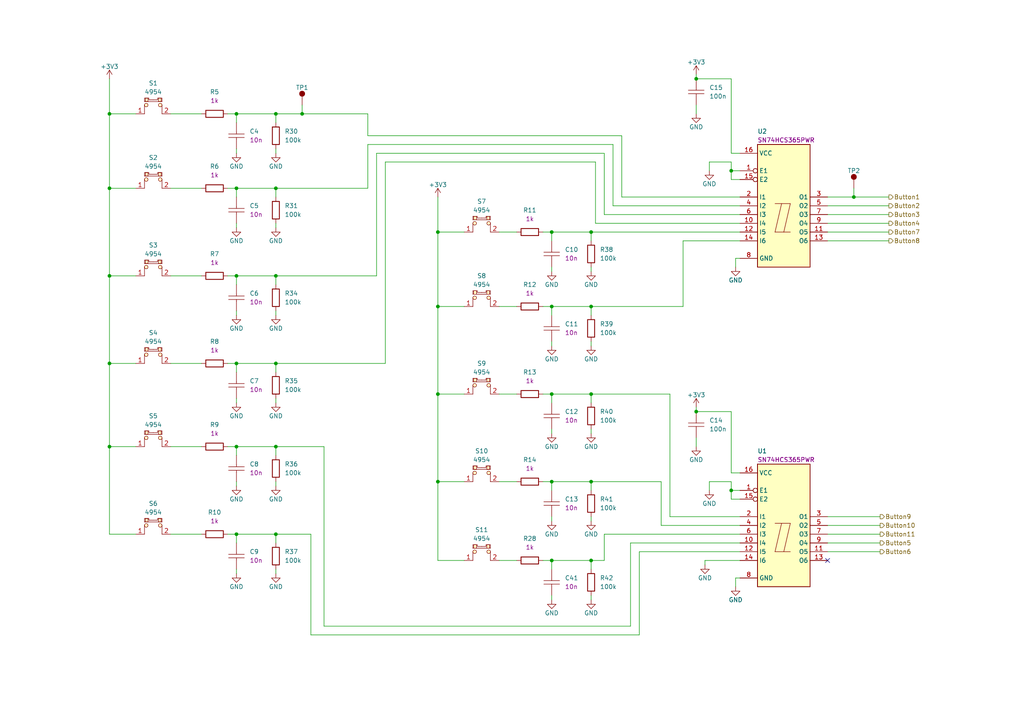
<source format=kicad_sch>
(kicad_sch (version 20231120) (generator "eeschema") (generator_version "8.0")
  (paper "A4")
  (title_block (title "Programmable Keyboard") (date "2024-04-09") (rev "2.1") (company "Kallio Designs Oy") (comment 1 "TL, NH") (comment 3 "PCB_PN"))
  (junction (at 127 67.31))
  (junction (at 171.45 88.9))
  (junction (at 68.58 33.02))
  (junction (at 201.93 119.38))
  (junction (at 171.45 139.7))
  (junction (at 127 139.7))
  (junction (at 171.45 67.31))
  (junction (at 68.58 80.01))
  (junction (at 80.01 105.41))
  (junction (at 87.63 33.02))
  (junction (at 160.02 139.7))
  (junction (at 80.01 33.02))
  (junction (at 31.75 33.02))
  (junction (at 68.58 105.41))
  (junction (at 171.45 114.3))
  (junction (at 212.09 49.53))
  (junction (at 160.02 114.3))
  (junction (at 212.09 142.24))
  (junction (at 171.45 162.56))
  (junction (at 31.75 80.01))
  (junction (at 68.58 154.94))
  (junction (at 68.58 129.54))
  (junction (at 80.01 54.61))
  (junction (at 80.01 129.54))
  (junction (at 160.02 67.31))
  (junction (at 247.65 57.15))
  (junction (at 80.01 154.94))
  (junction (at 68.58 54.61))
  (junction (at 201.93 22.86))
  (junction (at 127 88.9))
  (junction (at 160.02 88.9))
  (junction (at 31.75 129.54))
  (junction (at 160.02 162.56))
  (junction (at 31.75 105.41))
  (junction (at 80.01 80.01))
  (junction (at 127 114.3))
  (junction (at 31.75 54.61))
  (no_connect (at 240.03 162.56))
  (wire (pts (xy 31.75 105.41) (xy 39.37 105.41)))
  (wire (pts (xy 160.02 125.73) (xy 160.02 124.46)))
  (wire (pts (xy 68.58 140.97) (xy 68.58 139.7)))
  (wire (pts (xy 80.01 33.02) (xy 80.01 35.56)))
  (wire (pts (xy 31.75 54.61) (xy 39.37 54.61)))
  (wire (pts (xy 68.58 116.84) (xy 68.58 115.57)))
  (wire (pts (xy 127 57.15) (xy 127 67.31)))
  (wire (pts (xy 80.01 116.84) (xy 80.01 115.57)))
  (wire (pts (xy 80.01 166.37) (xy 80.01 165.1)))
  (wire (pts (xy 93.98 181.61) (xy 182.88 181.61)))
  (wire (pts (xy 185.42 184.15) (xy 90.17 184.15)))
  (wire (pts (xy 127 162.56) (xy 134.62 162.56)))
  (wire (pts (xy 171.45 139.7) (xy 160.02 139.7)))
  (wire (pts (xy 66.04 54.61) (xy 68.58 54.61)))
  (wire (pts (xy 171.45 125.73) (xy 171.45 124.46)))
  (wire (pts (xy 171.45 162.56) (xy 171.45 165.1)))
  (wire (pts (xy 194.31 149.86) (xy 214.63 149.86)))
  (wire (pts (xy 198.12 69.85) (xy 214.63 69.85)))
  (wire (pts (xy 49.53 154.94) (xy 58.42 154.94)))
  (wire (pts (xy 80.01 66.04) (xy 80.01 64.77)))
  (wire (pts (xy 68.58 33.02) (xy 80.01 33.02)))
  (wire (pts (xy 160.02 114.3) (xy 160.02 116.84)))
  (wire (pts (xy 160.02 151.13) (xy 160.02 149.86)))
  (wire (pts (xy 80.01 80.01) (xy 80.01 82.55)))
  (wire (pts (xy 175.26 154.94) (xy 175.26 162.56)))
  (wire (pts (xy 160.02 162.56) (xy 171.45 162.56)))
  (wire (pts (xy 80.01 129.54) (xy 93.98 129.54)))
  (wire (pts (xy 201.93 118.11) (xy 201.93 119.38)))
  (wire (pts (xy 68.58 91.44) (xy 68.58 90.17)))
  (wire (pts (xy 212.09 144.78) (xy 212.09 142.24)))
  (wire (pts (xy 109.22 44.45) (xy 109.22 80.01)))
  (wire (pts (xy 31.75 129.54) (xy 39.37 129.54)))
  (wire (pts (xy 214.63 52.07) (xy 212.09 52.07)))
  (wire (pts (xy 212.09 119.38) (xy 212.09 137.16)))
  (wire (pts (xy 240.03 152.4) (xy 255.27 152.4)))
  (wire (pts (xy 240.03 160.02) (xy 255.27 160.02)))
  (wire (pts (xy 160.02 139.7) (xy 160.02 142.24)))
  (wire (pts (xy 49.53 129.54) (xy 58.42 129.54)))
  (wire (pts (xy 144.78 139.7) (xy 149.86 139.7)))
  (wire (pts (xy 177.8 41.91) (xy 177.8 59.69)))
  (wire (pts (xy 240.03 62.23) (xy 257.81 62.23)))
  (wire (pts (xy 68.58 54.61) (xy 68.58 57.15)))
  (wire (pts (xy 106.68 54.61) (xy 80.01 54.61)))
  (wire (pts (xy 157.48 88.9) (xy 160.02 88.9)))
  (wire (pts (xy 31.75 80.01) (xy 31.75 105.41)))
  (wire (pts (xy 68.58 66.04) (xy 68.58 64.77)))
  (wire (pts (xy 80.01 129.54) (xy 80.01 132.08)))
  (wire (pts (xy 93.98 129.54) (xy 93.98 181.61)))
  (wire (pts (xy 68.58 80.01) (xy 68.58 82.55)))
  (wire (pts (xy 66.04 33.02) (xy 68.58 33.02)))
  (wire (pts (xy 87.63 33.02) (xy 106.68 33.02)))
  (wire (pts (xy 212.09 49.53) (xy 212.09 46.99)))
  (wire (pts (xy 171.45 78.74) (xy 171.45 77.47)))
  (wire (pts (xy 157.48 114.3) (xy 160.02 114.3)))
  (wire (pts (xy 31.75 33.02) (xy 39.37 33.02)))
  (wire (pts (xy 160.02 162.56) (xy 160.02 165.1)))
  (wire (pts (xy 171.45 67.31) (xy 214.63 67.31)))
  (wire (pts (xy 213.36 167.64) (xy 213.36 170.18)))
  (wire (pts (xy 171.45 162.56) (xy 175.26 162.56)))
  (wire (pts (xy 240.03 59.69) (xy 257.81 59.69)))
  (wire (pts (xy 66.04 80.01) (xy 68.58 80.01)))
  (wire (pts (xy 172.72 46.99) (xy 172.72 64.77)))
  (wire (pts (xy 194.31 114.3) (xy 194.31 149.86)))
  (wire (pts (xy 127 88.9) (xy 127 114.3)))
  (wire (pts (xy 111.76 105.41) (xy 80.01 105.41)))
  (wire (pts (xy 180.34 39.37) (xy 180.34 57.15)))
  (wire (pts (xy 171.45 114.3) (xy 171.45 116.84)))
  (wire (pts (xy 212.09 142.24) (xy 214.63 142.24)))
  (wire (pts (xy 127 139.7) (xy 134.62 139.7)))
  (wire (pts (xy 66.04 154.94) (xy 68.58 154.94)))
  (wire (pts (xy 212.09 137.16) (xy 214.63 137.16)))
  (wire (pts (xy 212.09 46.99) (xy 205.74 46.99)))
  (wire (pts (xy 212.09 44.45) (xy 214.63 44.45)))
  (wire (pts (xy 68.58 166.37) (xy 68.58 165.1)))
  (wire (pts (xy 240.03 149.86) (xy 255.27 149.86)))
  (wire (pts (xy 127 67.31) (xy 127 88.9)))
  (wire (pts (xy 127 88.9) (xy 134.62 88.9)))
  (wire (pts (xy 68.58 129.54) (xy 68.58 132.08)))
  (wire (pts (xy 68.58 129.54) (xy 80.01 129.54)))
  (wire (pts (xy 214.63 59.69) (xy 177.8 59.69)))
  (wire (pts (xy 191.77 139.7) (xy 171.45 139.7)))
  (wire (pts (xy 106.68 33.02) (xy 106.68 39.37)))
  (wire (pts (xy 144.78 67.31) (xy 149.86 67.31)))
  (wire (pts (xy 185.42 160.02) (xy 214.63 160.02)))
  (wire (pts (xy 214.63 167.64) (xy 213.36 167.64)))
  (wire (pts (xy 172.72 64.77) (xy 214.63 64.77)))
  (wire (pts (xy 68.58 33.02) (xy 68.58 35.56)))
  (wire (pts (xy 49.53 80.01) (xy 58.42 80.01)))
  (wire (pts (xy 201.93 21.59) (xy 201.93 22.86)))
  (wire (pts (xy 214.63 62.23) (xy 175.26 62.23)))
  (wire (pts (xy 175.26 154.94) (xy 214.63 154.94)))
  (wire (pts (xy 175.26 44.45) (xy 175.26 62.23)))
  (wire (pts (xy 171.45 114.3) (xy 194.31 114.3)))
  (wire (pts (xy 160.02 88.9) (xy 171.45 88.9)))
  (wire (pts (xy 201.93 119.38) (xy 212.09 119.38)))
  (wire (pts (xy 90.17 184.15) (xy 90.17 154.94)))
  (wire (pts (xy 247.65 57.15) (xy 257.81 57.15)))
  (wire (pts (xy 80.01 154.94) (xy 80.01 157.48)))
  (wire (pts (xy 68.58 44.45) (xy 68.58 43.18)))
  (wire (pts (xy 212.09 139.7) (xy 205.74 139.7)))
  (wire (pts (xy 205.74 46.99) (xy 205.74 49.53)))
  (wire (pts (xy 160.02 67.31) (xy 160.02 69.85)))
  (wire (pts (xy 185.42 160.02) (xy 185.42 184.15)))
  (wire (pts (xy 240.03 69.85) (xy 257.81 69.85)))
  (wire (pts (xy 214.63 162.56) (xy 204.47 162.56)))
  (wire (pts (xy 31.75 22.86) (xy 31.75 33.02)))
  (wire (pts (xy 157.48 67.31) (xy 160.02 67.31)))
  (wire (pts (xy 240.03 64.77) (xy 257.81 64.77)))
  (wire (pts (xy 66.04 105.41) (xy 68.58 105.41)))
  (wire (pts (xy 201.93 22.86) (xy 212.09 22.86)))
  (wire (pts (xy 127 67.31) (xy 134.62 67.31)))
  (wire (pts (xy 212.09 52.07) (xy 212.09 49.53)))
  (wire (pts (xy 111.76 46.99) (xy 172.72 46.99)))
  (wire (pts (xy 201.93 129.54) (xy 201.93 127)))
  (wire (pts (xy 157.48 139.7) (xy 160.02 139.7)))
  (wire (pts (xy 80.01 91.44) (xy 80.01 90.17)))
  (wire (pts (xy 160.02 114.3) (xy 171.45 114.3)))
  (wire (pts (xy 213.36 74.93) (xy 213.36 77.47)))
  (wire (pts (xy 87.63 30.48) (xy 87.63 33.02)))
  (wire (pts (xy 160.02 88.9) (xy 160.02 91.44)))
  (wire (pts (xy 171.45 67.31) (xy 171.45 69.85)))
  (wire (pts (xy 240.03 154.94) (xy 255.27 154.94)))
  (wire (pts (xy 171.45 139.7) (xy 171.45 142.24)))
  (wire (pts (xy 240.03 157.48) (xy 255.27 157.48)))
  (wire (pts (xy 157.48 162.56) (xy 160.02 162.56)))
  (wire (pts (xy 106.68 39.37) (xy 180.34 39.37)))
  (wire (pts (xy 90.17 154.94) (xy 80.01 154.94)))
  (wire (pts (xy 171.45 151.13) (xy 171.45 149.86)))
  (wire (pts (xy 204.47 162.56) (xy 204.47 163.83)))
  (wire (pts (xy 177.8 41.91) (xy 106.68 41.91)))
  (wire (pts (xy 171.45 100.33) (xy 171.45 99.06)))
  (wire (pts (xy 127 114.3) (xy 134.62 114.3)))
  (wire (pts (xy 31.75 129.54) (xy 31.75 154.94)))
  (wire (pts (xy 214.63 57.15) (xy 180.34 57.15)))
  (wire (pts (xy 201.93 33.02) (xy 201.93 30.48)))
  (wire (pts (xy 212.09 22.86) (xy 212.09 44.45)))
  (wire (pts (xy 80.01 154.94) (xy 68.58 154.94)))
  (wire (pts (xy 106.68 41.91) (xy 106.68 54.61)))
  (wire (pts (xy 205.74 139.7) (xy 205.74 142.24)))
  (wire (pts (xy 109.22 44.45) (xy 175.26 44.45)))
  (wire (pts (xy 31.75 54.61) (xy 31.75 80.01)))
  (wire (pts (xy 191.77 152.4) (xy 214.63 152.4)))
  (wire (pts (xy 191.77 152.4) (xy 191.77 139.7)))
  (wire (pts (xy 80.01 80.01) (xy 109.22 80.01)))
  (wire (pts (xy 68.58 105.41) (xy 68.58 107.95)))
  (wire (pts (xy 66.04 129.54) (xy 68.58 129.54)))
  (wire (pts (xy 31.75 105.41) (xy 31.75 129.54)))
  (wire (pts (xy 127 114.3) (xy 127 139.7)))
  (wire (pts (xy 80.01 44.45) (xy 80.01 43.18)))
  (wire (pts (xy 31.75 154.94) (xy 39.37 154.94)))
  (wire (pts (xy 160.02 100.33) (xy 160.02 99.06)))
  (wire (pts (xy 49.53 105.41) (xy 58.42 105.41)))
  (wire (pts (xy 198.12 88.9) (xy 198.12 69.85)))
  (wire (pts (xy 49.53 54.61) (xy 58.42 54.61)))
  (wire (pts (xy 49.53 33.02) (xy 58.42 33.02)))
  (wire (pts (xy 182.88 157.48) (xy 214.63 157.48)))
  (wire (pts (xy 68.58 154.94) (xy 68.58 157.48)))
  (wire (pts (xy 214.63 74.93) (xy 213.36 74.93)))
  (wire (pts (xy 160.02 67.31) (xy 171.45 67.31)))
  (wire (pts (xy 247.65 54.61) (xy 247.65 57.15)))
  (wire (pts (xy 80.01 105.41) (xy 80.01 107.95)))
  (wire (pts (xy 160.02 78.74) (xy 160.02 77.47)))
  (wire (pts (xy 68.58 80.01) (xy 80.01 80.01)))
  (wire (pts (xy 80.01 33.02) (xy 87.63 33.02)))
  (wire (pts (xy 31.75 80.01) (xy 39.37 80.01)))
  (wire (pts (xy 144.78 114.3) (xy 149.86 114.3)))
  (wire (pts (xy 160.02 173.99) (xy 160.02 172.72)))
  (wire (pts (xy 31.75 33.02) (xy 31.75 54.61)))
  (wire (pts (xy 212.09 49.53) (xy 214.63 49.53)))
  (wire (pts (xy 80.01 140.97) (xy 80.01 139.7)))
  (wire (pts (xy 111.76 46.99) (xy 111.76 105.41)))
  (wire (pts (xy 240.03 67.31) (xy 257.81 67.31)))
  (wire (pts (xy 80.01 105.41) (xy 68.58 105.41)))
  (wire (pts (xy 212.09 142.24) (xy 212.09 139.7)))
  (wire (pts (xy 144.78 162.56) (xy 149.86 162.56)))
  (wire (pts (xy 214.63 144.78) (xy 212.09 144.78)))
  (wire (pts (xy 80.01 54.61) (xy 80.01 57.15)))
  (wire (pts (xy 171.45 173.99) (xy 171.45 172.72)))
  (wire (pts (xy 171.45 88.9) (xy 171.45 91.44)))
  (wire (pts (xy 182.88 181.61) (xy 182.88 157.48)))
  (wire (pts (xy 144.78 88.9) (xy 149.86 88.9)))
  (wire (pts (xy 80.01 54.61) (xy 68.58 54.61)))
  (wire (pts (xy 171.45 88.9) (xy 198.12 88.9)))
  (wire (pts (xy 127 139.7) (xy 127 162.56)))
  (wire (pts (xy 240.03 57.15) (xy 247.65 57.15)))
  (hierarchical_label "Button11" (shape output) (at 255.27 154.94 0))
  (hierarchical_label "Button1" (shape output) (at 257.81 57.15 0))
  (hierarchical_label "Button4" (shape output) (at 257.81 64.77 0))
  (hierarchical_label "Button3" (shape output) (at 257.81 62.23 0))
  (hierarchical_label "Button8" (shape output) (at 257.81 69.85 0))
  (hierarchical_label "Button7" (shape output) (at 257.81 67.31 0))
  (hierarchical_label "Button5" (shape output) (at 255.27 157.48 0))
  (hierarchical_label "Button6" (shape output) (at 255.27 160.02 0))
  (hierarchical_label "Button10" (shape output) (at 255.27 152.4 0))
  (hierarchical_label "Button2" (shape output) (at 257.81 59.69 0))
  (hierarchical_label "Button9" (shape output) (at 255.27 149.86 0))
  (symbol (lib_id "KD_Switch:Button_keyboard_socket_Adafruit_4958") (at 139.7 64.77 0) (unit 1)
    (property "Reference" "S7" (at 139.7 58.42 0))
    (property "Value" "4954" (at 139.7 60.96 0))
    (property "Footprint" "KD_Switch:SWITCH_BUTTON_Kailh_mx_socket" (effects (hide yes)))
    (property "Datasheet" "https://cdn-shop.adafruit.com/product-files/4954/4954_CPG1511F01S03-BOX_Brown.pdf" (effects (hide yes)))
    (property "Manufacturer" "Adafruit" (effects (hide yes)))
    (property "MFG_PartNo" "4954" (effects (hide yes)))
    (property "Supplier" "Digi-Key" (effects (hide yes)))
    (property "Supplier_PartNo" "1528-4954-ND" (effects (hide yes)))
    (property "DNP" "F" (effects (hide yes)))
    (property "Price" "0.5" (effects (hide yes)))
  )
  (symbol (lib_id "KD_Capacitor:C_0603_10n_X7R_100V") (at 68.58 111.76 0) (unit 1)
    (property "Reference" "C7" (at 72.39 110.49 0) (effects (justify left)))
    (property "Value" "10n" (effects (hide yes)))
    (property "Footprint" "KD_Capacitor:CAPC1608X90N" (effects (hide yes)))
    (property "Datasheet" "datasheet" (effects (hide yes)))
    (property "Code" "10n" (at 72.39 113.03 0) (effects (justify left)))
    (property "Manufacturer" "TDK Corporation" (effects (hide yes)))
    (property "MFG_PartNo" "C1608X7R2A103K080AA" (effects (hide yes)))
    (property "Supplier" "Digi-Key" (effects (hide yes)))
    (property "Supplier_PartNo" "445-1304-1-ND" (effects (hide yes)))
    (property "DNP" "F" (effects (hide yes)))
    (property "Price" "0.05" (effects (hide yes)))
  )
  (symbol (lib_id "power:+3V3") (at 31.75 22.86 0) (unit 1)
    (property "Reference" "#PWR060" (effects (hide yes)))
    (property "Value" "+3V3" (at 31.75 19.304 0))
    (instances (project "TPCOT" (path "" (reference "#PWR060") (unit 1))) (project "000018 PGKB" (path "" (reference "#PWR08") (unit 1))))
  )
  (symbol (lib_id "KD_Resistor:R_0603_100k_1%") (at 80.01 86.36 0) (unit 1)
    (property "Reference" "R34" (at 82.55 85.09 0) (effects (justify left)))
    (property "Value" "100k" (at 82.55 87.63 0) (effects (justify left)))
    (property "Footprint" "KD_Resistor:RESC1608X55N" (effects (hide yes)))
    (property "Datasheet" "https://www.seielect.com/catalog/sei-rmcf_rmcp.pdf" (effects (hide yes)))
    (property "Manufacturer" "Stackpole Electronics Inc" (effects (hide yes)))
    (property "MFG_PartNo" "RMCF0603FT100K" (effects (hide yes)))
    (property "Supplier" "Digi-Key" (effects (hide yes)))
    (property "Supplier_PartNo" "RMCF0603FT100KCT-ND" (effects (hide yes)))
    (property "DNP" "F" (effects (hide yes)))
    (property "Price" "0.01" (effects (hide yes)))
  )
  (symbol (lib_id "KD_Resistor:R_0603_1k_1%") (at 153.67 162.56 90) (unit 1)
    (property "Reference" "R28" (at 153.67 156.21 90))
    (property "Value" "1k" (effects (hide yes)))
    (property "Footprint" "KD_Resistor:RESC1608X55N" (effects (hide yes)))
    (property "Datasheet" "https://www.seielect.com/Catalog/SEI-RMCF_RMCP.pdf" (effects (hide yes)))
    (property "Code" "1k" (at 153.67 158.75 90))
    (property "Manufacturer" "Stackpole Electronics Inc" (effects (hide yes)))
    (property "MFG_PartNo" "RMCF0603JT1K00" (effects (hide yes)))
    (property "Supplier" "Digi-Key" (effects (hide yes)))
    (property "Supplier_PartNo" "RMCF0603JT1K00CT-ND" (effects (hide yes)))
    (property "DNP" "F" (effects (hide yes)))
    (property "Price" "0.01" (effects (hide yes)))
  )
  (symbol (lib_id "KD_Capacitor:C_0603_100n_X7R_50V") (at 201.93 26.67 0) (unit 1)
    (property "Reference" "C15" (at 205.74 25.4 0) (effects (justify left)))
    (property "Value" "100n" (at 205.74 27.94 0) (effects (justify left)))
    (property "Footprint" "KD_Capacitor:CAPC1608X90N" (effects (hide yes)))
    (property "Datasheet" "https://mm.digikey.com/Volume0/opasdata/d220001/medias/docus/658/CL10B104KB8NNWC_Spec.pdf" (effects (hide yes)))
    (property "Manufacturer" "Samsung" (effects (hide yes)))
    (property "MFG_PartNo" "CL10B104KB8NNWC" (effects (hide yes)))
    (property "Supplier" "Digi-Key" (effects (hide yes)))
    (property "Supplier_PartNo" "1276-1935-1-ND" (effects (hide yes)))
    (property "DNP" "F" (effects (hide yes)))
    (property "Price" "0.01" (effects (hide yes)))
  )
  (symbol (lib_id "KD_Capacitor:C_0603_10n_X7R_100V") (at 160.02 146.05 0) (unit 1)
    (property "Reference" "C13" (at 163.83 144.78 0) (effects (justify left)))
    (property "Value" "10n" (effects (hide yes)))
    (property "Footprint" "KD_Capacitor:CAPC1608X90N" (effects (hide yes)))
    (property "Datasheet" "datasheet" (effects (hide yes)))
    (property "Code" "10n" (at 163.83 147.32 0) (effects (justify left)))
    (property "Manufacturer" "TDK Corporation" (effects (hide yes)))
    (property "MFG_PartNo" "C1608X7R2A103K080AA" (effects (hide yes)))
    (property "Supplier" "Digi-Key" (effects (hide yes)))
    (property "Supplier_PartNo" "445-1304-1-ND" (effects (hide yes)))
    (property "DNP" "F" (effects (hide yes)))
    (property "Price" "0.05" (effects (hide yes)))
  )
  (symbol (lib_id "KD_Resistor:R_0603_1k_1%") (at 62.23 105.41 90) (unit 1)
    (property "Reference" "R8" (at 62.23 99.06 90))
    (property "Value" "1k" (effects (hide yes)))
    (property "Footprint" "KD_Resistor:RESC1608X55N" (effects (hide yes)))
    (property "Datasheet" "https://www.seielect.com/Catalog/SEI-RMCF_RMCP.pdf" (effects (hide yes)))
    (property "Code" "1k" (at 62.23 101.6 90))
    (property "Manufacturer" "Stackpole Electronics Inc" (effects (hide yes)))
    (property "MFG_PartNo" "RMCF0603JT1K00" (effects (hide yes)))
    (property "Supplier" "Digi-Key" (effects (hide yes)))
    (property "Supplier_PartNo" "RMCF0603JT1K00CT-ND" (effects (hide yes)))
    (property "DNP" "F" (effects (hide yes)))
    (property "Price" "0.01" (effects (hide yes)))
  )
  (symbol (lib_id "KD_Capacitor:C_0603_10n_X7R_100V") (at 68.58 86.36 0) (unit 1)
    (property "Reference" "C6" (at 72.39 85.09 0) (effects (justify left)))
    (property "Value" "10n" (effects (hide yes)))
    (property "Footprint" "KD_Capacitor:CAPC1608X90N" (effects (hide yes)))
    (property "Datasheet" "datasheet" (effects (hide yes)))
    (property "Code" "10n" (at 72.39 87.63 0) (effects (justify left)))
    (property "Manufacturer" "TDK Corporation" (effects (hide yes)))
    (property "MFG_PartNo" "C1608X7R2A103K080AA" (effects (hide yes)))
    (property "Supplier" "Digi-Key" (effects (hide yes)))
    (property "Supplier_PartNo" "445-1304-1-ND" (effects (hide yes)))
    (property "DNP" "F" (effects (hide yes)))
    (property "Price" "0.05" (effects (hide yes)))
  )
  (symbol (lib_id "power:GND") (at 68.58 44.45 0) (unit 1)
    (property "Reference" "#PWR09" (effects (hide yes)))
    (property "Value" "GND" (at 68.58 48.26 0))
  )
  (symbol (lib_id "KD_Switch:Button_keyboard_socket_Adafruit_4958") (at 44.45 102.87 0) (unit 1)
    (property "Reference" "S4" (at 44.45 96.52 0))
    (property "Value" "4954" (at 44.45 99.06 0))
    (property "Footprint" "KD_Switch:SWITCH_BUTTON_Kailh_mx_socket" (effects (hide yes)))
    (property "Datasheet" "https://cdn-shop.adafruit.com/product-files/4954/4954_CPG1511F01S03-BOX_Brown.pdf" (effects (hide yes)))
    (property "Manufacturer" "Adafruit" (effects (hide yes)))
    (property "MFG_PartNo" "4954" (effects (hide yes)))
    (property "Supplier" "Digi-Key" (effects (hide yes)))
    (property "Supplier_PartNo" "1528-4954-ND" (effects (hide yes)))
    (property "DNP" "F" (effects (hide yes)))
    (property "Price" "0.5" (effects (hide yes)))
  )
  (symbol (lib_id "KD_Capacitor:C_0603_10n_X7R_100V") (at 68.58 135.89 0) (unit 1)
    (property "Reference" "C8" (at 72.39 134.62 0) (effects (justify left)))
    (property "Value" "10n" (effects (hide yes)))
    (property "Footprint" "KD_Capacitor:CAPC1608X90N" (effects (hide yes)))
    (property "Datasheet" "datasheet" (effects (hide yes)))
    (property "Code" "10n" (at 72.39 137.16 0) (effects (justify left)))
    (property "Manufacturer" "TDK Corporation" (effects (hide yes)))
    (property "MFG_PartNo" "C1608X7R2A103K080AA" (effects (hide yes)))
    (property "Supplier" "Digi-Key" (effects (hide yes)))
    (property "Supplier_PartNo" "445-1304-1-ND" (effects (hide yes)))
    (property "DNP" "F" (effects (hide yes)))
    (property "Price" "0.05" (effects (hide yes)))
  )
  (symbol (lib_id "KD_Resistor:R_0603_1k_1%") (at 62.23 33.02 90) (unit 1)
    (property "Reference" "R5" (at 62.23 26.67 90))
    (property "Value" "1k" (effects (hide yes)))
    (property "Footprint" "KD_Resistor:RESC1608X55N" (effects (hide yes)))
    (property "Datasheet" "https://www.seielect.com/Catalog/SEI-RMCF_RMCP.pdf" (effects (hide yes)))
    (property "Code" "1k" (at 62.23 29.21 90))
    (property "Manufacturer" "Stackpole Electronics Inc" (effects (hide yes)))
    (property "MFG_PartNo" "RMCF0603JT1K00" (effects (hide yes)))
    (property "Supplier" "Digi-Key" (effects (hide yes)))
    (property "Supplier_PartNo" "RMCF0603JT1K00CT-ND" (effects (hide yes)))
    (property "DNP" "F" (effects (hide yes)))
    (property "Price" "0.01" (effects (hide yes)))
  )
  (symbol (lib_id "KD_IC_Buffer_Driver_Interface:Schmitt_6CH_SN74HCS365PWR") (at 214.63 137.16 0) (unit 1)
    (property "Reference" "U1" (at 219.71 130.81 0) (effects (justify left)))
    (property "Value" "SN74HCS365PWR" (effects (hide yes)))
    (property "Footprint" "KD_Package_SO:SOP65P600X150-16N" (effects (hide yes)))
    (property "Datasheet" "https://www.ti.com/lit/ds/symlink/sn74hcs365.pdf" (effects (hide yes)))
    (property "Code" "SN74HCS365PWR" (at 219.71 133.35 0) (effects (justify left)))
    (property "Manufacturer" "Texas Instruments" (effects (hide yes)))
    (property "MFG_PartNo" "SN74HCS365PWR" (effects (hide yes)))
    (property "Supplier" "Digi-Key" (effects (hide yes)))
    (property "Supplier_PartNo" "296-SN74HCS365PWRCT-ND" (effects (hide yes)))
    (property "DNP" "F" (effects (hide yes)))
    (property "Price" "0.4" (effects (hide yes)))
  )
  (symbol (lib_id "power:GND") (at 201.93 129.54 0) (unit 1)
    (property "Reference" "#PWR021" (effects (hide yes)))
    (property "Value" "GND" (at 201.93 133.35 0))
  )
  (symbol (lib_id "KD_Switch:Button_keyboard_socket_Adafruit_4958") (at 44.45 77.47 0) (unit 1)
    (property "Reference" "S3" (at 44.45 71.12 0))
    (property "Value" "4954" (at 44.45 73.66 0))
    (property "Footprint" "KD_Switch:SWITCH_BUTTON_Kailh_mx_socket" (effects (hide yes)))
    (property "Datasheet" "https://cdn-shop.adafruit.com/product-files/4954/4954_CPG1511F01S03-BOX_Brown.pdf" (effects (hide yes)))
    (property "Manufacturer" "Adafruit" (effects (hide yes)))
    (property "MFG_PartNo" "4954" (effects (hide yes)))
    (property "Supplier" "Digi-Key" (effects (hide yes)))
    (property "Supplier_PartNo" "1528-4954-ND" (effects (hide yes)))
    (property "DNP" "F" (effects (hide yes)))
    (property "Price" "0.5" (effects (hide yes)))
  )
  (symbol (lib_id "KD_Resistor:R_0603_100k_1%") (at 80.01 161.29 0) (unit 1)
    (property "Reference" "R37" (at 82.55 160.02 0) (effects (justify left)))
    (property "Value" "100k" (at 82.55 162.56 0) (effects (justify left)))
    (property "Footprint" "KD_Resistor:RESC1608X55N" (effects (hide yes)))
    (property "Datasheet" "https://www.seielect.com/catalog/sei-rmcf_rmcp.pdf" (effects (hide yes)))
    (property "Manufacturer" "Stackpole Electronics Inc" (effects (hide yes)))
    (property "MFG_PartNo" "RMCF0603FT100K" (effects (hide yes)))
    (property "Supplier" "Digi-Key" (effects (hide yes)))
    (property "Supplier_PartNo" "RMCF0603FT100KCT-ND" (effects (hide yes)))
    (property "DNP" "F" (effects (hide yes)))
    (property "Price" "0.01" (effects (hide yes)))
  )
  (symbol (lib_id "power:GND") (at 171.45 151.13 0) (unit 1)
    (property "Reference" "#PWR047" (effects (hide yes)))
    (property "Value" "GND" (at 171.45 154.94 0))
  )
  (symbol (lib_id "KD_Switch:Button_keyboard_socket_Adafruit_4958") (at 44.45 152.4 0) (unit 1)
    (property "Reference" "S6" (at 44.45 146.05 0))
    (property "Value" "4954" (at 44.45 148.59 0))
    (property "Footprint" "KD_Switch:SWITCH_BUTTON_Kailh_mx_socket" (effects (hide yes)))
    (property "Datasheet" "https://cdn-shop.adafruit.com/product-files/4954/4954_CPG1511F01S03-BOX_Brown.pdf" (effects (hide yes)))
    (property "Manufacturer" "Adafruit" (effects (hide yes)))
    (property "MFG_PartNo" "4954" (effects (hide yes)))
    (property "Supplier" "Digi-Key" (effects (hide yes)))
    (property "Supplier_PartNo" "1528-4954-ND" (effects (hide yes)))
    (property "DNP" "F" (effects (hide yes)))
    (property "Price" "0.5" (effects (hide yes)))
  )
  (symbol (lib_id "power:GND") (at 160.02 151.13 0) (unit 1)
    (property "Reference" "#PWR019" (effects (hide yes)))
    (property "Value" "GND" (at 160.02 154.94 0))
  )
  (symbol (lib_id "KD_Switch:Button_keyboard_socket_Adafruit_4958") (at 139.7 160.02 0) (unit 1)
    (property "Reference" "S11" (at 139.7 153.67 0))
    (property "Value" "4954" (at 139.7 156.21 0))
    (property "Footprint" "KD_Switch:SWITCH_BUTTON_Kailh_mx_socket" (effects (hide yes)))
    (property "Datasheet" "https://cdn-shop.adafruit.com/product-files/4954/4954_CPG1511F01S03-BOX_Brown.pdf" (effects (hide yes)))
    (property "Manufacturer" "Adafruit" (effects (hide yes)))
    (property "MFG_PartNo" "4954" (effects (hide yes)))
    (property "Supplier" "Digi-Key" (effects (hide yes)))
    (property "Supplier_PartNo" "1528-4954-ND" (effects (hide yes)))
    (property "DNP" "F" (effects (hide yes)))
    (property "Price" "0.5" (effects (hide yes)))
  )
  (symbol (lib_id "power:+3V3") (at 127 57.15 0) (unit 1)
    (property "Reference" "#PWR060" (effects (hide yes)))
    (property "Value" "+3V3" (at 127 53.594 0))
    (instances (project "TPCOT" (path "" (reference "#PWR060") (unit 1))) (project "000018 PGKB" (path "" (reference "#PWR015") (unit 1))))
  )
  (symbol (lib_id "KD_Resistor:R_0603_100k_1%") (at 171.45 95.25 0) (unit 1)
    (property "Reference" "R39" (at 173.99 93.98 0) (effects (justify left)))
    (property "Value" "100k" (at 173.99 96.52 0) (effects (justify left)))
    (property "Footprint" "KD_Resistor:RESC1608X55N" (effects (hide yes)))
    (property "Datasheet" "https://www.seielect.com/catalog/sei-rmcf_rmcp.pdf" (effects (hide yes)))
    (property "Manufacturer" "Stackpole Electronics Inc" (effects (hide yes)))
    (property "MFG_PartNo" "RMCF0603FT100K" (effects (hide yes)))
    (property "Supplier" "Digi-Key" (effects (hide yes)))
    (property "Supplier_PartNo" "RMCF0603FT100KCT-ND" (effects (hide yes)))
    (property "DNP" "F" (effects (hide yes)))
    (property "Price" "0.01" (effects (hide yes)))
  )
  (symbol (lib_id "power:GND") (at 68.58 66.04 0) (unit 1)
    (property "Reference" "#PWR010" (effects (hide yes)))
    (property "Value" "GND" (at 68.58 69.85 0))
  )
  (symbol (lib_id "KD_Capacitor:C_0603_10n_X7R_100V") (at 68.58 60.96 0) (unit 1)
    (property "Reference" "C5" (at 72.39 59.69 0) (effects (justify left)))
    (property "Value" "10n" (effects (hide yes)))
    (property "Footprint" "KD_Capacitor:CAPC1608X90N" (effects (hide yes)))
    (property "Datasheet" "datasheet" (effects (hide yes)))
    (property "Code" "10n" (at 72.39 62.23 0) (effects (justify left)))
    (property "Manufacturer" "TDK Corporation" (effects (hide yes)))
    (property "MFG_PartNo" "C1608X7R2A103K080AA" (effects (hide yes)))
    (property "Supplier" "Digi-Key" (effects (hide yes)))
    (property "Supplier_PartNo" "445-1304-1-ND" (effects (hide yes)))
    (property "DNP" "F" (effects (hide yes)))
    (property "Price" "0.05" (effects (hide yes)))
  )
  (symbol (lib_id "KD_Resistor:R_0603_100k_1%") (at 171.45 120.65 0) (unit 1)
    (property "Reference" "R40" (at 173.99 119.38 0) (effects (justify left)))
    (property "Value" "100k" (at 173.99 121.92 0) (effects (justify left)))
    (property "Footprint" "KD_Resistor:RESC1608X55N" (effects (hide yes)))
    (property "Datasheet" "https://www.seielect.com/catalog/sei-rmcf_rmcp.pdf" (effects (hide yes)))
    (property "Manufacturer" "Stackpole Electronics Inc" (effects (hide yes)))
    (property "MFG_PartNo" "RMCF0603FT100K" (effects (hide yes)))
    (property "Supplier" "Digi-Key" (effects (hide yes)))
    (property "Supplier_PartNo" "RMCF0603FT100KCT-ND" (effects (hide yes)))
    (property "DNP" "F" (effects (hide yes)))
    (property "Price" "0.01" (effects (hide yes)))
  )
  (symbol (lib_id "KD_Resistor:R_0603_100k_1%") (at 80.01 39.37 0) (unit 1)
    (property "Reference" "R30" (at 82.55 38.1 0) (effects (justify left)))
    (property "Value" "100k" (at 82.55 40.64 0) (effects (justify left)))
    (property "Footprint" "KD_Resistor:RESC1608X55N" (effects (hide yes)))
    (property "Datasheet" "https://www.seielect.com/catalog/sei-rmcf_rmcp.pdf" (effects (hide yes)))
    (property "Manufacturer" "Stackpole Electronics Inc" (effects (hide yes)))
    (property "MFG_PartNo" "RMCF0603FT100K" (effects (hide yes)))
    (property "Supplier" "Digi-Key" (effects (hide yes)))
    (property "Supplier_PartNo" "RMCF0603FT100KCT-ND" (effects (hide yes)))
    (property "DNP" "F" (effects (hide yes)))
    (property "Price" "0.01" (effects (hide yes)))
  )
  (symbol (lib_id "KD_Resistor:R_0603_1k_1%") (at 62.23 154.94 90) (unit 1)
    (property "Reference" "R10" (at 62.23 148.59 90))
    (property "Value" "1k" (effects (hide yes)))
    (property "Footprint" "KD_Resistor:RESC1608X55N" (effects (hide yes)))
    (property "Datasheet" "https://www.seielect.com/Catalog/SEI-RMCF_RMCP.pdf" (effects (hide yes)))
    (property "Code" "1k" (at 62.23 151.13 90))
    (property "Manufacturer" "Stackpole Electronics Inc" (effects (hide yes)))
    (property "MFG_PartNo" "RMCF0603JT1K00" (effects (hide yes)))
    (property "Supplier" "Digi-Key" (effects (hide yes)))
    (property "Supplier_PartNo" "RMCF0603JT1K00CT-ND" (effects (hide yes)))
    (property "DNP" "F" (effects (hide yes)))
    (property "Price" "0.01" (effects (hide yes)))
  )
  (symbol (lib_id "KD_Resistor:R_0603_100k_1%") (at 171.45 168.91 0) (unit 1)
    (property "Reference" "R42" (at 173.99 167.64 0) (effects (justify left)))
    (property "Value" "100k" (at 173.99 170.18 0) (effects (justify left)))
    (property "Footprint" "KD_Resistor:RESC1608X55N" (effects (hide yes)))
    (property "Datasheet" "https://www.seielect.com/catalog/sei-rmcf_rmcp.pdf" (effects (hide yes)))
    (property "Manufacturer" "Stackpole Electronics Inc" (effects (hide yes)))
    (property "MFG_PartNo" "RMCF0603FT100K" (effects (hide yes)))
    (property "Supplier" "Digi-Key" (effects (hide yes)))
    (property "Supplier_PartNo" "RMCF0603FT100KCT-ND" (effects (hide yes)))
    (property "DNP" "F" (effects (hide yes)))
    (property "Price" "0.01" (effects (hide yes)))
  )
  (symbol (lib_id "power:GND") (at 160.02 78.74 0) (unit 1)
    (property "Reference" "#PWR016" (effects (hide yes)))
    (property "Value" "GND" (at 160.02 82.55 0))
  )
  (symbol (lib_id "power:GND") (at 80.01 66.04 0) (unit 1)
    (property "Reference" "#PWR039" (effects (hide yes)))
    (property "Value" "GND" (at 80.01 69.85 0))
  )
  (symbol (lib_id "KD_Capacitor:C_0603_10n_X7R_100V") (at 160.02 73.66 0) (unit 1)
    (property "Reference" "C10" (at 163.83 72.39 0) (effects (justify left)))
    (property "Value" "10n" (effects (hide yes)))
    (property "Footprint" "KD_Capacitor:CAPC1608X90N" (effects (hide yes)))
    (property "Datasheet" "datasheet" (effects (hide yes)))
    (property "Code" "10n" (at 163.83 74.93 0) (effects (justify left)))
    (property "Manufacturer" "TDK Corporation" (effects (hide yes)))
    (property "MFG_PartNo" "C1608X7R2A103K080AA" (effects (hide yes)))
    (property "Supplier" "Digi-Key" (effects (hide yes)))
    (property "Supplier_PartNo" "445-1304-1-ND" (effects (hide yes)))
    (property "DNP" "F" (effects (hide yes)))
    (property "Price" "0.05" (effects (hide yes)))
  )
  (symbol (lib_id "KD_Connector_Pads:TestPoint_2.5mm_H0.9") (at 87.63 30.48 0) (unit 1)
    (property "Reference" "TP1" (at 87.63 25.4 0))
    (property "Value" "TP D2.5 mm H0.9mm" (effects (hide yes)))
    (property "Footprint" "KD_Connector_Pads:TestPoint_Pad_D2.5mm_H0.9mm" (effects (hide yes)))
    (property "Datasheet" "DNP" (effects (hide yes)))
    (property "Code" "DNP" (effects (hide yes)))
    (property "Manufacturer" "DNP" (effects (hide yes)))
    (property "MFG_PartNo" "DNP" (effects (hide yes)))
    (property "Supplier" "DNP" (effects (hide yes)))
    (property "Supplier_PartNo" "DNP" (effects (hide yes)))
    (property "DNP" "T" (effects (hide yes)))
    (property "Price" "0.00" (effects (hide yes)))
  )
  (symbol (lib_id "power:GND") (at 80.01 166.37 0) (unit 1)
    (property "Reference" "#PWR043" (effects (hide yes)))
    (property "Value" "GND" (at 80.01 170.18 0))
  )
  (symbol (lib_id "power:+3V3") (at 201.93 21.59 0) (unit 1)
    (property "Reference" "#PWR060" (effects (hide yes)))
    (property "Value" "+3V3" (at 201.93 18.034 0))
    (instances (project "TPCOT" (path "" (reference "#PWR060") (unit 1))) (project "000018 PGKB" (path "" (reference "#PWR022") (unit 1))))
  )
  (symbol (lib_id "KD_Resistor:R_0603_100k_1%") (at 80.01 60.96 0) (unit 1)
    (property "Reference" "R31" (at 82.55 59.69 0) (effects (justify left)))
    (property "Value" "100k" (at 82.55 62.23 0) (effects (justify left)))
    (property "Footprint" "KD_Resistor:RESC1608X55N" (effects (hide yes)))
    (property "Datasheet" "https://www.seielect.com/catalog/sei-rmcf_rmcp.pdf" (effects (hide yes)))
    (property "Manufacturer" "Stackpole Electronics Inc" (effects (hide yes)))
    (property "MFG_PartNo" "RMCF0603FT100K" (effects (hide yes)))
    (property "Supplier" "Digi-Key" (effects (hide yes)))
    (property "Supplier_PartNo" "RMCF0603FT100KCT-ND" (effects (hide yes)))
    (property "DNP" "F" (effects (hide yes)))
    (property "Price" "0.01" (effects (hide yes)))
  )
  (symbol (lib_id "KD_Capacitor:C_0603_10n_X7R_100V") (at 160.02 95.25 0) (unit 1)
    (property "Reference" "C11" (at 163.83 93.98 0) (effects (justify left)))
    (property "Value" "10n" (effects (hide yes)))
    (property "Footprint" "KD_Capacitor:CAPC1608X90N" (effects (hide yes)))
    (property "Datasheet" "datasheet" (effects (hide yes)))
    (property "Code" "10n" (at 163.83 96.52 0) (effects (justify left)))
    (property "Manufacturer" "TDK Corporation" (effects (hide yes)))
    (property "MFG_PartNo" "C1608X7R2A103K080AA" (effects (hide yes)))
    (property "Supplier" "Digi-Key" (effects (hide yes)))
    (property "Supplier_PartNo" "445-1304-1-ND" (effects (hide yes)))
    (property "DNP" "F" (effects (hide yes)))
    (property "Price" "0.05" (effects (hide yes)))
  )
  (symbol (lib_id "KD_Capacitor:C_0603_10n_X7R_100V") (at 160.02 120.65 0) (unit 1)
    (property "Reference" "C12" (at 163.83 119.38 0) (effects (justify left)))
    (property "Value" "10n" (effects (hide yes)))
    (property "Footprint" "KD_Capacitor:CAPC1608X90N" (effects (hide yes)))
    (property "Datasheet" "datasheet" (effects (hide yes)))
    (property "Code" "10n" (at 163.83 121.92 0) (effects (justify left)))
    (property "Manufacturer" "TDK Corporation" (effects (hide yes)))
    (property "MFG_PartNo" "C1608X7R2A103K080AA" (effects (hide yes)))
    (property "Supplier" "Digi-Key" (effects (hide yes)))
    (property "Supplier_PartNo" "445-1304-1-ND" (effects (hide yes)))
    (property "DNP" "F" (effects (hide yes)))
    (property "Price" "0.05" (effects (hide yes)))
  )
  (symbol (lib_id "KD_Connector_Pads:TestPoint_2.5mm_H0.9") (at 247.65 54.61 0) (unit 1)
    (property "Reference" "TP2" (at 247.65 49.53 0))
    (property "Value" "TP D2.5 mm H0.9mm" (effects (hide yes)))
    (property "Footprint" "KD_Connector_Pads:TestPoint_Pad_D2.5mm_H0.9mm" (effects (hide yes)))
    (property "Datasheet" "DNP" (effects (hide yes)))
    (property "Code" "DNP" (effects (hide yes)))
    (property "Manufacturer" "DNP" (effects (hide yes)))
    (property "MFG_PartNo" "DNP" (effects (hide yes)))
    (property "Supplier" "DNP" (effects (hide yes)))
    (property "Supplier_PartNo" "DNP" (effects (hide yes)))
    (property "DNP" "T" (effects (hide yes)))
    (property "Price" "0.00" (effects (hide yes)))
  )
  (symbol (lib_id "KD_Resistor:R_0603_1k_1%") (at 62.23 129.54 90) (unit 1)
    (property "Reference" "R9" (at 62.23 123.19 90))
    (property "Value" "1k" (effects (hide yes)))
    (property "Footprint" "KD_Resistor:RESC1608X55N" (effects (hide yes)))
    (property "Datasheet" "https://www.seielect.com/Catalog/SEI-RMCF_RMCP.pdf" (effects (hide yes)))
    (property "Code" "1k" (at 62.23 125.73 90))
    (property "Manufacturer" "Stackpole Electronics Inc" (effects (hide yes)))
    (property "MFG_PartNo" "RMCF0603JT1K00" (effects (hide yes)))
    (property "Supplier" "Digi-Key" (effects (hide yes)))
    (property "Supplier_PartNo" "RMCF0603JT1K00CT-ND" (effects (hide yes)))
    (property "DNP" "F" (effects (hide yes)))
    (property "Price" "0.01" (effects (hide yes)))
  )
  (symbol (lib_id "power:GND") (at 205.74 142.24 0) (unit 1)
    (property "Reference" "#PWR025" (effects (hide yes)))
    (property "Value" "GND" (at 205.74 146.05 0))
  )
  (symbol (lib_id "power:GND") (at 68.58 116.84 0) (unit 1)
    (property "Reference" "#PWR012" (effects (hide yes)))
    (property "Value" "GND" (at 68.58 120.65 0))
  )
  (symbol (lib_id "power:GND") (at 160.02 125.73 0) (unit 1)
    (property "Reference" "#PWR018" (effects (hide yes)))
    (property "Value" "GND" (at 160.02 129.54 0))
  )
  (symbol (lib_id "KD_Resistor:R_0603_1k_1%") (at 62.23 54.61 90) (unit 1)
    (property "Reference" "R6" (at 62.23 48.26 90))
    (property "Value" "1k" (effects (hide yes)))
    (property "Footprint" "KD_Resistor:RESC1608X55N" (effects (hide yes)))
    (property "Datasheet" "https://www.seielect.com/Catalog/SEI-RMCF_RMCP.pdf" (effects (hide yes)))
    (property "Code" "1k" (at 62.23 50.8 90))
    (property "Manufacturer" "Stackpole Electronics Inc" (effects (hide yes)))
    (property "MFG_PartNo" "RMCF0603JT1K00" (effects (hide yes)))
    (property "Supplier" "Digi-Key" (effects (hide yes)))
    (property "Supplier_PartNo" "RMCF0603JT1K00CT-ND" (effects (hide yes)))
    (property "DNP" "F" (effects (hide yes)))
    (property "Price" "0.01" (effects (hide yes)))
  )
  (symbol (lib_id "KD_Switch:Button_keyboard_socket_Adafruit_4958") (at 44.45 30.48 0) (unit 1)
    (property "Reference" "S1" (at 44.45 24.13 0))
    (property "Value" "4954" (at 44.45 26.67 0))
    (property "Footprint" "KD_Switch:SWITCH_BUTTON_Kailh_mx_socket" (effects (hide yes)))
    (property "Datasheet" "https://cdn-shop.adafruit.com/product-files/4954/4954_CPG1511F01S03-BOX_Brown.pdf" (effects (hide yes)))
    (property "Manufacturer" "Adafruit" (effects (hide yes)))
    (property "MFG_PartNo" "4954" (effects (hide yes)))
    (property "Supplier" "Digi-Key" (effects (hide yes)))
    (property "Supplier_PartNo" "1528-4954-ND" (effects (hide yes)))
    (property "DNP" "F" (effects (hide yes)))
    (property "Price" "0.5" (effects (hide yes)))
  )
  (symbol (lib_id "KD_Resistor:R_0603_100k_1%") (at 80.01 111.76 0) (unit 1)
    (property "Reference" "R35" (at 82.55 110.49 0) (effects (justify left)))
    (property "Value" "100k" (at 82.55 113.03 0) (effects (justify left)))
    (property "Footprint" "KD_Resistor:RESC1608X55N" (effects (hide yes)))
    (property "Datasheet" "https://www.seielect.com/catalog/sei-rmcf_rmcp.pdf" (effects (hide yes)))
    (property "Manufacturer" "Stackpole Electronics Inc" (effects (hide yes)))
    (property "MFG_PartNo" "RMCF0603FT100K" (effects (hide yes)))
    (property "Supplier" "Digi-Key" (effects (hide yes)))
    (property "Supplier_PartNo" "RMCF0603FT100KCT-ND" (effects (hide yes)))
    (property "DNP" "F" (effects (hide yes)))
    (property "Price" "0.01" (effects (hide yes)))
  )
  (symbol (lib_id "KD_Resistor:R_0603_100k_1%") (at 80.01 135.89 0) (unit 1)
    (property "Reference" "R36" (at 82.55 134.62 0) (effects (justify left)))
    (property "Value" "100k" (at 82.55 137.16 0) (effects (justify left)))
    (property "Footprint" "KD_Resistor:RESC1608X55N" (effects (hide yes)))
    (property "Datasheet" "https://www.seielect.com/catalog/sei-rmcf_rmcp.pdf" (effects (hide yes)))
    (property "Manufacturer" "Stackpole Electronics Inc" (effects (hide yes)))
    (property "MFG_PartNo" "RMCF0603FT100K" (effects (hide yes)))
    (property "Supplier" "Digi-Key" (effects (hide yes)))
    (property "Supplier_PartNo" "RMCF0603FT100KCT-ND" (effects (hide yes)))
    (property "DNP" "F" (effects (hide yes)))
    (property "Price" "0.01" (effects (hide yes)))
  )
  (symbol (lib_id "power:+3V3") (at 201.93 118.11 0) (unit 1)
    (property "Reference" "#PWR060" (effects (hide yes)))
    (property "Value" "+3V3" (at 201.93 114.554 0))
    (instances (project "TPCOT" (path "" (reference "#PWR060") (unit 1))) (project "000018 PGKB" (path "" (reference "#PWR020") (unit 1))))
  )
  (symbol (lib_id "KD_Resistor:R_0603_100k_1%") (at 171.45 73.66 0) (unit 1)
    (property "Reference" "R38" (at 173.99 72.39 0) (effects (justify left)))
    (property "Value" "100k" (at 173.99 74.93 0) (effects (justify left)))
    (property "Footprint" "KD_Resistor:RESC1608X55N" (effects (hide yes)))
    (property "Datasheet" "https://www.seielect.com/catalog/sei-rmcf_rmcp.pdf" (effects (hide yes)))
    (property "Manufacturer" "Stackpole Electronics Inc" (effects (hide yes)))
    (property "MFG_PartNo" "RMCF0603FT100K" (effects (hide yes)))
    (property "Supplier" "Digi-Key" (effects (hide yes)))
    (property "Supplier_PartNo" "RMCF0603FT100KCT-ND" (effects (hide yes)))
    (property "DNP" "F" (effects (hide yes)))
    (property "Price" "0.01" (effects (hide yes)))
  )
  (symbol (lib_id "power:GND") (at 171.45 100.33 0) (unit 1)
    (property "Reference" "#PWR045" (effects (hide yes)))
    (property "Value" "GND" (at 171.45 104.14 0))
  )
  (symbol (lib_id "power:GND") (at 171.45 173.99 0) (unit 1)
    (property "Reference" "#PWR048" (effects (hide yes)))
    (property "Value" "GND" (at 171.45 177.8 0))
  )
  (symbol (lib_id "power:GND") (at 205.74 49.53 0) (unit 1)
    (property "Reference" "#PWR026" (effects (hide yes)))
    (property "Value" "GND" (at 205.74 53.34 0))
  )
  (symbol (lib_id "KD_Resistor:R_0603_1k_1%") (at 62.23 80.01 90) (unit 1)
    (property "Reference" "R7" (at 62.23 73.66 90))
    (property "Value" "1k" (effects (hide yes)))
    (property "Footprint" "KD_Resistor:RESC1608X55N" (effects (hide yes)))
    (property "Datasheet" "https://www.seielect.com/Catalog/SEI-RMCF_RMCP.pdf" (effects (hide yes)))
    (property "Code" "1k" (at 62.23 76.2 90))
    (property "Manufacturer" "Stackpole Electronics Inc" (effects (hide yes)))
    (property "MFG_PartNo" "RMCF0603JT1K00" (effects (hide yes)))
    (property "Supplier" "Digi-Key" (effects (hide yes)))
    (property "Supplier_PartNo" "RMCF0603JT1K00CT-ND" (effects (hide yes)))
    (property "DNP" "F" (effects (hide yes)))
    (property "Price" "0.01" (effects (hide yes)))
  )
  (symbol (lib_id "power:GND") (at 80.01 44.45 0) (unit 1)
    (property "Reference" "#PWR024" (effects (hide yes)))
    (property "Value" "GND" (at 80.01 48.26 0))
  )
  (symbol (lib_id "power:GND") (at 68.58 91.44 0) (unit 1)
    (property "Reference" "#PWR011" (effects (hide yes)))
    (property "Value" "GND" (at 68.58 95.25 0))
  )
  (symbol (lib_id "KD_Resistor:R_0603_1k_1%") (at 153.67 139.7 90) (unit 1)
    (property "Reference" "R14" (at 153.67 133.35 90))
    (property "Value" "1k" (effects (hide yes)))
    (property "Footprint" "KD_Resistor:RESC1608X55N" (effects (hide yes)))
    (property "Datasheet" "https://www.seielect.com/Catalog/SEI-RMCF_RMCP.pdf" (effects (hide yes)))
    (property "Code" "1k" (at 153.67 135.89 90))
    (property "Manufacturer" "Stackpole Electronics Inc" (effects (hide yes)))
    (property "MFG_PartNo" "RMCF0603JT1K00" (effects (hide yes)))
    (property "Supplier" "Digi-Key" (effects (hide yes)))
    (property "Supplier_PartNo" "RMCF0603JT1K00CT-ND" (effects (hide yes)))
    (property "DNP" "F" (effects (hide yes)))
    (property "Price" "0.01" (effects (hide yes)))
  )
  (symbol (lib_id "power:GND") (at 204.47 163.83 0) (unit 1)
    (property "Reference" "#PWR07" (effects (hide yes)))
    (property "Value" "GND" (at 204.47 167.64 0))
  )
  (symbol (lib_id "KD_Switch:Button_keyboard_socket_Adafruit_4958") (at 44.45 52.07 0) (unit 1)
    (property "Reference" "S2" (at 44.45 45.72 0))
    (property "Value" "4954" (at 44.45 48.26 0))
    (property "Footprint" "KD_Switch:SWITCH_BUTTON_Kailh_mx_socket" (effects (hide yes)))
    (property "Datasheet" "https://cdn-shop.adafruit.com/product-files/4954/4954_CPG1511F01S03-BOX_Brown.pdf" (effects (hide yes)))
    (property "Manufacturer" "Adafruit" (effects (hide yes)))
    (property "MFG_PartNo" "4954" (effects (hide yes)))
    (property "Supplier" "Digi-Key" (effects (hide yes)))
    (property "Supplier_PartNo" "1528-4954-ND" (effects (hide yes)))
    (property "DNP" "F" (effects (hide yes)))
    (property "Price" "0.5" (effects (hide yes)))
  )
  (symbol (lib_id "KD_Resistor:R_0603_1k_1%") (at 153.67 88.9 90) (unit 1)
    (property "Reference" "R12" (at 153.67 82.55 90))
    (property "Value" "1k" (effects (hide yes)))
    (property "Footprint" "KD_Resistor:RESC1608X55N" (effects (hide yes)))
    (property "Datasheet" "https://www.seielect.com/Catalog/SEI-RMCF_RMCP.pdf" (effects (hide yes)))
    (property "Code" "1k" (at 153.67 85.09 90))
    (property "Manufacturer" "Stackpole Electronics Inc" (effects (hide yes)))
    (property "MFG_PartNo" "RMCF0603JT1K00" (effects (hide yes)))
    (property "Supplier" "Digi-Key" (effects (hide yes)))
    (property "Supplier_PartNo" "RMCF0603JT1K00CT-ND" (effects (hide yes)))
    (property "DNP" "F" (effects (hide yes)))
    (property "Price" "0.01" (effects (hide yes)))
  )
  (symbol (lib_id "power:GND") (at 213.36 77.47 0) (unit 1)
    (property "Reference" "#PWR028" (effects (hide yes)))
    (property "Value" "GND" (at 213.36 81.28 0))
  )
  (symbol (lib_id "KD_Switch:Button_keyboard_socket_Adafruit_4958") (at 139.7 137.16 0) (unit 1)
    (property "Reference" "S10" (at 139.7 130.81 0))
    (property "Value" "4954" (at 139.7 133.35 0))
    (property "Footprint" "KD_Switch:SWITCH_BUTTON_Kailh_mx_socket" (effects (hide yes)))
    (property "Datasheet" "https://cdn-shop.adafruit.com/product-files/4954/4954_CPG1511F01S03-BOX_Brown.pdf" (effects (hide yes)))
    (property "Manufacturer" "Adafruit" (effects (hide yes)))
    (property "MFG_PartNo" "4954" (effects (hide yes)))
    (property "Supplier" "Digi-Key" (effects (hide yes)))
    (property "Supplier_PartNo" "1528-4954-ND" (effects (hide yes)))
    (property "DNP" "F" (effects (hide yes)))
    (property "Price" "0.5" (effects (hide yes)))
  )
  (symbol (lib_id "KD_Capacitor:C_0603_10n_X7R_100V") (at 160.02 168.91 0) (unit 1)
    (property "Reference" "C41" (at 163.83 167.64 0) (effects (justify left)))
    (property "Value" "10n" (effects (hide yes)))
    (property "Footprint" "KD_Capacitor:CAPC1608X90N" (effects (hide yes)))
    (property "Datasheet" "datasheet" (effects (hide yes)))
    (property "Code" "10n" (at 163.83 170.18 0) (effects (justify left)))
    (property "Manufacturer" "TDK Corporation" (effects (hide yes)))
    (property "MFG_PartNo" "C1608X7R2A103K080AA" (effects (hide yes)))
    (property "Supplier" "Digi-Key" (effects (hide yes)))
    (property "Supplier_PartNo" "445-1304-1-ND" (effects (hide yes)))
    (property "DNP" "F" (effects (hide yes)))
    (property "Price" "0.05" (effects (hide yes)))
  )
  (symbol (lib_id "power:GND") (at 213.36 170.18 0) (unit 1)
    (property "Reference" "#PWR027" (effects (hide yes)))
    (property "Value" "GND" (at 213.36 173.99 0))
  )
  (symbol (lib_id "power:GND") (at 160.02 100.33 0) (unit 1)
    (property "Reference" "#PWR017" (effects (hide yes)))
    (property "Value" "GND" (at 160.02 104.14 0))
  )
  (symbol (lib_id "KD_Capacitor:C_0603_10n_X7R_100V") (at 68.58 39.37 0) (unit 1)
    (property "Reference" "C4" (at 72.39 38.1 0) (effects (justify left)))
    (property "Value" "10n" (effects (hide yes)))
    (property "Footprint" "KD_Capacitor:CAPC1608X90N" (effects (hide yes)))
    (property "Datasheet" "datasheet" (effects (hide yes)))
    (property "Code" "10n" (at 72.39 40.64 0) (effects (justify left)))
    (property "Manufacturer" "TDK Corporation" (effects (hide yes)))
    (property "MFG_PartNo" "C1608X7R2A103K080AA" (effects (hide yes)))
    (property "Supplier" "Digi-Key" (effects (hide yes)))
    (property "Supplier_PartNo" "445-1304-1-ND" (effects (hide yes)))
    (property "DNP" "F" (effects (hide yes)))
    (property "Price" "0.05" (effects (hide yes)))
  )
  (symbol (lib_id "power:GND") (at 80.01 140.97 0) (unit 1)
    (property "Reference" "#PWR042" (effects (hide yes)))
    (property "Value" "GND" (at 80.01 144.78 0))
  )
  (symbol (lib_id "power:GND") (at 80.01 116.84 0) (unit 1)
    (property "Reference" "#PWR041" (effects (hide yes)))
    (property "Value" "GND" (at 80.01 120.65 0))
  )
  (symbol (lib_id "power:GND") (at 80.01 91.44 0) (unit 1)
    (property "Reference" "#PWR040" (effects (hide yes)))
    (property "Value" "GND" (at 80.01 95.25 0))
  )
  (symbol (lib_id "KD_Switch:Button_keyboard_socket_Adafruit_4958") (at 44.45 127 0) (unit 1)
    (property "Reference" "S5" (at 44.45 120.65 0))
    (property "Value" "4954" (at 44.45 123.19 0))
    (property "Footprint" "KD_Switch:SWITCH_BUTTON_Kailh_mx_socket" (effects (hide yes)))
    (property "Datasheet" "https://cdn-shop.adafruit.com/product-files/4954/4954_CPG1511F01S03-BOX_Brown.pdf" (effects (hide yes)))
    (property "Manufacturer" "Adafruit" (effects (hide yes)))
    (property "MFG_PartNo" "4954" (effects (hide yes)))
    (property "Supplier" "Digi-Key" (effects (hide yes)))
    (property "Supplier_PartNo" "1528-4954-ND" (effects (hide yes)))
    (property "DNP" "F" (effects (hide yes)))
    (property "Price" "0.5" (effects (hide yes)))
  )
  (symbol (lib_id "power:GND") (at 171.45 78.74 0) (unit 1)
    (property "Reference" "#PWR044" (effects (hide yes)))
    (property "Value" "GND" (at 171.45 82.55 0))
  )
  (symbol (lib_id "KD_Capacitor:C_0603_100n_X7R_50V") (at 201.93 123.19 0) (unit 1)
    (property "Reference" "C14" (at 205.74 121.92 0) (effects (justify left)))
    (property "Value" "100n" (at 205.74 124.46 0) (effects (justify left)))
    (property "Footprint" "KD_Capacitor:CAPC1608X90N" (effects (hide yes)))
    (property "Datasheet" "https://mm.digikey.com/Volume0/opasdata/d220001/medias/docus/658/CL10B104KB8NNWC_Spec.pdf" (effects (hide yes)))
    (property "Manufacturer" "Samsung" (effects (hide yes)))
    (property "MFG_PartNo" "CL10B104KB8NNWC" (effects (hide yes)))
    (property "Supplier" "Digi-Key" (effects (hide yes)))
    (property "Supplier_PartNo" "1276-1935-1-ND" (effects (hide yes)))
    (property "DNP" "F" (effects (hide yes)))
    (property "Price" "0.01" (effects (hide yes)))
  )
  (symbol (lib_id "KD_Switch:Button_keyboard_socket_Adafruit_4958") (at 139.7 86.36 0) (unit 1)
    (property "Reference" "S8" (at 139.7 80.01 0))
    (property "Value" "4954" (at 139.7 82.55 0))
    (property "Footprint" "KD_Switch:SWITCH_BUTTON_Kailh_mx_socket" (effects (hide yes)))
    (property "Datasheet" "https://cdn-shop.adafruit.com/product-files/4954/4954_CPG1511F01S03-BOX_Brown.pdf" (effects (hide yes)))
    (property "Manufacturer" "Adafruit" (effects (hide yes)))
    (property "MFG_PartNo" "4954" (effects (hide yes)))
    (property "Supplier" "Digi-Key" (effects (hide yes)))
    (property "Supplier_PartNo" "1528-4954-ND" (effects (hide yes)))
    (property "DNP" "F" (effects (hide yes)))
    (property "Price" "0.5" (effects (hide yes)))
  )
  (symbol (lib_id "KD_Resistor:R_0603_1k_1%") (at 153.67 67.31 90) (unit 1)
    (property "Reference" "R11" (at 153.67 60.96 90))
    (property "Value" "1k" (effects (hide yes)))
    (property "Footprint" "KD_Resistor:RESC1608X55N" (effects (hide yes)))
    (property "Datasheet" "https://www.seielect.com/Catalog/SEI-RMCF_RMCP.pdf" (effects (hide yes)))
    (property "Code" "1k" (at 153.67 63.5 90))
    (property "Manufacturer" "Stackpole Electronics Inc" (effects (hide yes)))
    (property "MFG_PartNo" "RMCF0603JT1K00" (effects (hide yes)))
    (property "Supplier" "Digi-Key" (effects (hide yes)))
    (property "Supplier_PartNo" "RMCF0603JT1K00CT-ND" (effects (hide yes)))
    (property "DNP" "F" (effects (hide yes)))
    (property "Price" "0.01" (effects (hide yes)))
  )
  (symbol (lib_id "power:GND") (at 160.02 173.99 0) (unit 1)
    (property "Reference" "#PWR038" (effects (hide yes)))
    (property "Value" "GND" (at 160.02 177.8 0))
  )
  (symbol (lib_id "KD_Resistor:R_0603_1k_1%") (at 153.67 114.3 90) (unit 1)
    (property "Reference" "R13" (at 153.67 107.95 90))
    (property "Value" "1k" (effects (hide yes)))
    (property "Footprint" "KD_Resistor:RESC1608X55N" (effects (hide yes)))
    (property "Datasheet" "https://www.seielect.com/Catalog/SEI-RMCF_RMCP.pdf" (effects (hide yes)))
    (property "Code" "1k" (at 153.67 110.49 90))
    (property "Manufacturer" "Stackpole Electronics Inc" (effects (hide yes)))
    (property "MFG_PartNo" "RMCF0603JT1K00" (effects (hide yes)))
    (property "Supplier" "Digi-Key" (effects (hide yes)))
    (property "Supplier_PartNo" "RMCF0603JT1K00CT-ND" (effects (hide yes)))
    (property "DNP" "F" (effects (hide yes)))
    (property "Price" "0.01" (effects (hide yes)))
  )
  (symbol (lib_id "power:GND") (at 201.93 33.02 0) (unit 1)
    (property "Reference" "#PWR023" (effects (hide yes)))
    (property "Value" "GND" (at 201.93 36.83 0))
  )
  (symbol (lib_id "power:GND") (at 68.58 140.97 0) (unit 1)
    (property "Reference" "#PWR013" (effects (hide yes)))
    (property "Value" "GND" (at 68.58 144.78 0))
  )
  (symbol (lib_id "KD_IC_Buffer_Driver_Interface:Schmitt_6CH_SN74HCS365PWR") (at 214.63 44.45 0) (unit 1)
    (property "Reference" "U2" (at 219.71 38.1 0) (effects (justify left)))
    (property "Value" "SN74HCS365PWR" (effects (hide yes)))
    (property "Footprint" "KD_Package_SO:SOP65P600X150-16N" (effects (hide yes)))
    (property "Datasheet" "https://www.ti.com/lit/ds/symlink/sn74hcs365.pdf" (effects (hide yes)))
    (property "Code" "SN74HCS365PWR" (at 219.71 40.64 0) (effects (justify left)))
    (property "Manufacturer" "Texas Instruments" (effects (hide yes)))
    (property "MFG_PartNo" "SN74HCS365PWR" (effects (hide yes)))
    (property "Supplier" "Digi-Key" (effects (hide yes)))
    (property "Supplier_PartNo" "296-SN74HCS365PWRCT-ND" (effects (hide yes)))
    (property "DNP" "F" (effects (hide yes)))
    (property "Price" "0.4" (effects (hide yes)))
  )
  (symbol (lib_id "KD_Resistor:R_0603_100k_1%") (at 171.45 146.05 0) (unit 1)
    (property "Reference" "R41" (at 173.99 144.78 0) (effects (justify left)))
    (property "Value" "100k" (at 173.99 147.32 0) (effects (justify left)))
    (property "Footprint" "KD_Resistor:RESC1608X55N" (effects (hide yes)))
    (property "Datasheet" "https://www.seielect.com/catalog/sei-rmcf_rmcp.pdf" (effects (hide yes)))
    (property "Manufacturer" "Stackpole Electronics Inc" (effects (hide yes)))
    (property "MFG_PartNo" "RMCF0603FT100K" (effects (hide yes)))
    (property "Supplier" "Digi-Key" (effects (hide yes)))
    (property "Supplier_PartNo" "RMCF0603FT100KCT-ND" (effects (hide yes)))
    (property "DNP" "F" (effects (hide yes)))
    (property "Price" "0.01" (effects (hide yes)))
  )
  (symbol (lib_id "KD_Switch:Button_keyboard_socket_Adafruit_4958") (at 139.7 111.76 0) (unit 1)
    (property "Reference" "S9" (at 139.7 105.41 0))
    (property "Value" "4954" (at 139.7 107.95 0))
    (property "Footprint" "KD_Switch:SWITCH_BUTTON_Kailh_mx_socket" (effects (hide yes)))
    (property "Datasheet" "https://cdn-shop.adafruit.com/product-files/4954/4954_CPG1511F01S03-BOX_Brown.pdf" (effects (hide yes)))
    (property "Manufacturer" "Adafruit" (effects (hide yes)))
    (property "MFG_PartNo" "4954" (effects (hide yes)))
    (property "Supplier" "Digi-Key" (effects (hide yes)))
    (property "Supplier_PartNo" "1528-4954-ND" (effects (hide yes)))
    (property "DNP" "F" (effects (hide yes)))
    (property "Price" "0.5" (effects (hide yes)))
  )
  (symbol (lib_id "power:GND") (at 68.58 166.37 0) (unit 1)
    (property "Reference" "#PWR014" (effects (hide yes)))
    (property "Value" "GND" (at 68.58 170.18 0))
  )
  (symbol (lib_id "KD_Capacitor:C_0603_10n_X7R_100V") (at 68.58 161.29 0) (unit 1)
    (property "Reference" "C9" (at 72.39 160.02 0) (effects (justify left)))
    (property "Value" "10n" (effects (hide yes)))
    (property "Footprint" "KD_Capacitor:CAPC1608X90N" (effects (hide yes)))
    (property "Datasheet" "datasheet" (effects (hide yes)))
    (property "Code" "10n" (at 72.39 162.56 0) (effects (justify left)))
    (property "Manufacturer" "TDK Corporation" (effects (hide yes)))
    (property "MFG_PartNo" "C1608X7R2A103K080AA" (effects (hide yes)))
    (property "Supplier" "Digi-Key" (effects (hide yes)))
    (property "Supplier_PartNo" "445-1304-1-ND" (effects (hide yes)))
    (property "DNP" "F" (effects (hide yes)))
    (property "Price" "0.05" (effects (hide yes)))
  )
  (symbol (lib_id "power:GND") (at 171.45 125.73 0) (unit 1)
    (property "Reference" "#PWR046" (effects (hide yes)))
    (property "Value" "GND" (at 171.45 129.54 0))
  )
)
</source>
